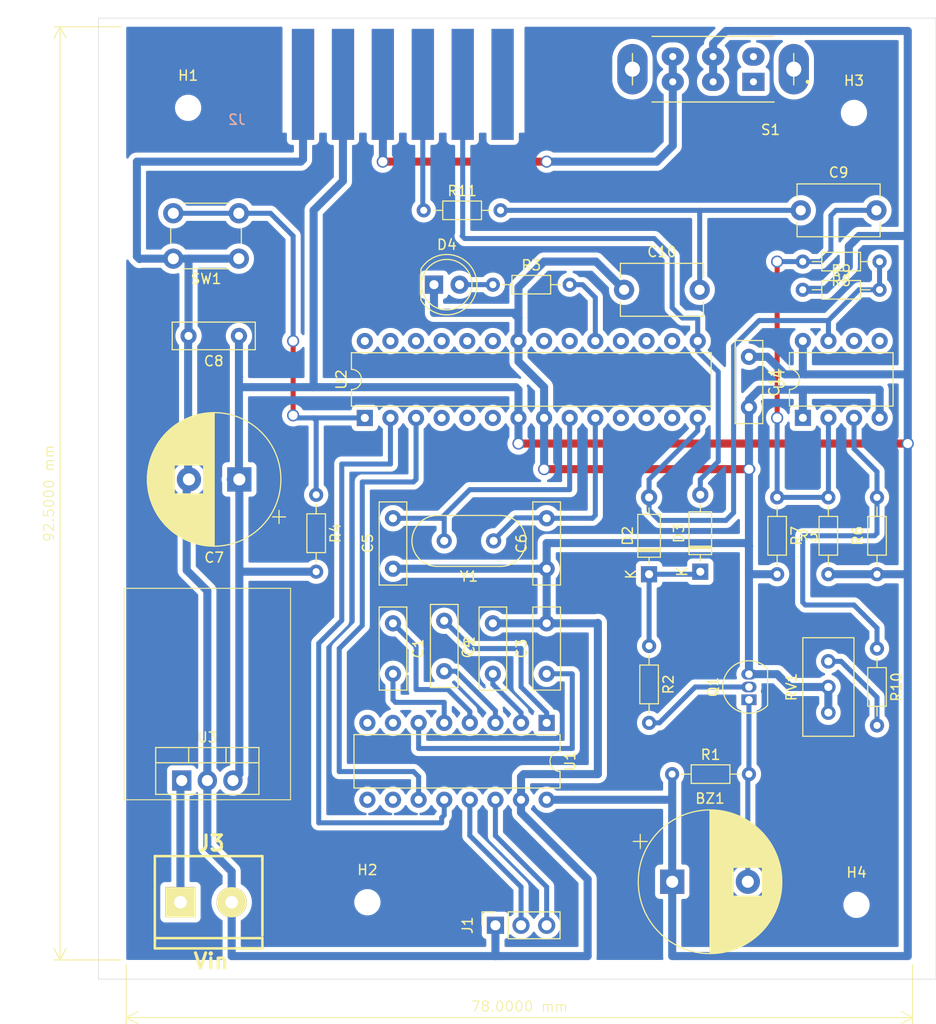
<source format=kicad_pcb>
(kicad_pcb (version 20241229) (generator "pcbnew") (generator_version "9.0")
  (layers (0 "F.Cu" signal) (2 "B.Cu" signal) (13 "F.Paste" user) (15 "B.Paste" user) (5 "F.SilkS" user "F.Silkscreen") (7 "B.SilkS" user "B.Silkscreen") (1 "F.Mask" user) (3 "B.Mask" user) (25 "Edge.Cuts" user))
  (net 0 "")
  (net 1 "VCC")
  (net 2 "Net-(BZ1--)")
  (net 3 "Net-(U1-VS-)")
  (net 4 "GND")
  (net 5 "Net-(U1-C2-)")
  (net 6 "Net-(U1-C2+)")
  (net 7 "Net-(U1-VS+)")
  (net 8 "Net-(U1-C1+)")
  (net 9 "Net-(U1-C1-)")
  (net 10 "/XTAL1")
  (net 11 "/XTAL2")
  (net 12 "ReadIn")
  (net 13 "Net-(U4-+)")
  (net 14 "Net-(D2-K)")
  (net 15 "ReadOut")
  (net 16 "Write")
  (net 17 "Net-(D4-A)")
  (net 18 "/Pin2")
  (net 19 "/Pin3")
  (net 20 "Sense")
  (net 21 "Vin")
  (net 22 "Net-(Q1-B)")
  (net 23 "Net-(U2-PB5)")
  (net 24 "/RST")
  (net 25 "Net-(U4--)")
  (net 27 "Net-(U1-R1OUT)")
  (net 29 "Net-(U1-T1IN)")
  (net 50 "Motor")
  (net 54 "Net-(C10-Pad2)")
  (net 55 "Net-(R10-Pad2)")
  (footprint "Resistor_THT:R_Axial_DIN0204_L3.6mm_D1.6mm_P7.62mm_Horizontal" (layer "F.Cu") (at 88.646 132.08)
    (property "Reference" "R1" (at 3.81 -1.92 0) (layer "F.SilkS"))
    (property "Value" "47k")
    (pad "1" thru_hole circle (at 0 0) (size 1.4 1.4) (drill 0.7) (layers "*.Cu" "*.Mask") (net 1 "VCC"))
    (pad "2" thru_hole oval (at 7.62 0) (size 1.4 1.4) (drill 0.7) (layers "*.Cu" "*.Mask") (net 2 "Net-(BZ1--)"))
  )
  (footprint "Capacitor_THT:C_Disc_D8.0mm_W2.5mm_P5.00mm" (layer "F.Cu") (at 96.266 90.718 -90)
    (property "Reference" "C11" (at 2.5 -2.5 90) (layer "F.SilkS"))
    (property "Value" "0.1uF")
    (pad "1" thru_hole circle (at 0 0 270) (size 1.6 1.6) (drill 0.8) (layers "*.Cu" "*.Mask") (net 1 "VCC"))
    (pad "2" thru_hole circle (at 5 0 270) (size 1.6 1.6) (drill 0.8) (layers "*.Cu" "*.Mask") (net 4 "GND"))
  )
  (footprint "MountingHole:MountingHole_2.1mm" (layer "F.Cu") (at 58.42 144.78)
    (property "Reference" "H2" (at 0 -3.2 0) (layer "F.SilkS"))
    (property "Value" "MountingHole")
    (pad "" np_thru_hole circle (at 0 0) (size 2.1 2.1) (drill 2.1) (layers "*.Cu" "*.Mask"))
  )
  (footprint "Capacitor_THT:C_Disc_D8.0mm_W2.5mm_P5.00mm" (layer "F.Cu") (at 70.866 122.134 90)
    (property "Reference" "C4" (at 2.5 -2.5 90) (layer "F.SilkS"))
    (property "Value" "1uF")
    (pad "1" thru_hole circle (at 0 0 90) (size 1.6 1.6) (drill 0.8) (layers "*.Cu" "*.Mask") (net 7 "Net-(U1-VS+)"))
    (pad "2" thru_hole circle (at 5 0 90) (size 1.6 1.6) (drill 0.8) (layers "*.Cu" "*.Mask") (net 4 "GND"))
  )
  (footprint "Resistor_THT:R_Axial_DIN0204_L3.6mm_D1.6mm_P7.62mm_Horizontal" (layer "F.Cu") (at 70.866 83.566)
    (property "Reference" "R3" (at 3.81 -1.92 0) (layer "F.SilkS"))
    (property "Value" "1k")
    (pad "1" thru_hole circle (at 0 0) (size 1.4 1.4) (drill 0.7) (layers "*.Cu" "*.Mask") (net 17 "Net-(D4-A)"))
    (pad "2" thru_hole oval (at 7.62 0) (size 1.4 1.4) (drill 0.7) (layers "*.Cu" "*.Mask") (net 23 "Net-(U2-PB5)"))
  )
  (footprint "Capacitor_THT:C_Disc_D8.0mm_W5.0mm_P7.50mm" (layer "F.Cu") (at 83.88 84.074)
    (property "Reference" "C10" (at 3.75 -3.75 0) (layer "F.SilkS"))
    (property "Value" "22nF")
    (pad "1" thru_hole circle (at 0 0) (size 2 2) (drill 1) (layers "*.Cu" "*.Mask") (net 4 "GND"))
    (pad "2" thru_hole circle (at 7.5 0) (size 2 2) (drill 1) (layers "*.Cu" "*.Mask") (net 54 "Net-(C10-Pad2)"))
  )
  (footprint "Capacitor_THT:C_Disc_D8.0mm_W2.5mm_P5.00mm" (layer "F.Cu") (at 60.96 117.134 -90)
    (property "Reference" "C1" (at 2.5 -2.5 270) (layer "F.SilkS"))
    (property "Value" "1uF")
    (pad "1" thru_hole circle (at 0 0 270) (size 1.6 1.6) (drill 0.8) (layers "*.Cu" "*.Mask") (net 6 "Net-(U1-C2+)"))
    (pad "2" thru_hole circle (at 5 0 270) (size 1.6 1.6) (drill 0.8) (layers "*.Cu" "*.Mask") (net 5 "Net-(U1-C2-)"))
  )
  (footprint "Potentiometer_THT:Potentiometer_Bourns_3296W_Vertical" (layer "F.Cu") (at 104.14 120.904 90)
    (property "Reference" "RV1" (at -2.54 -3.66 90) (layer "F.SilkS"))
    (property "Value" "10k")
    (pad "1" thru_hole circle (at 0 0 90) (size 1.44 1.44) (drill 0.8) (layers "*.Cu" "*.Mask") (net 55 "Net-(R10-Pad2)"))
    (pad "2" thru_hole circle (at -2.54 0 90) (size 1.44 1.44) (drill 0.8) (layers "*.Cu" "*.Mask") (net 4 "GND"))
    (pad "3" thru_hole circle (at -5.08 0 90) (size 1.44 1.44) (drill 0.8) (layers "*.Cu" "*.Mask") (net 4 "GND"))
  )
  (footprint "my_footprints:KF301-2P" (layer "F.Cu") (at 44.958 144.78)
    (property "Reference" "J3" (at -2.032 -5.842 0) (layer "F.SilkS") (effects (font (size 1.524 1.524) (thickness 0.3048))))
    (property "Value" "Vin" (at -2.032 5.842 0) (layer "F.SilkS") (effects (font (size 1.524 1.524) (thickness 0.3048))))
    (pad "1" thru_hole rect (at -5.08 0) (size 2.99974 2.99974) (drill 1.24968) (layers "*.Cu" "*.Mask" "F.SilkS") (net 21 "Vin"))
    (pad "2" thru_hole circle (at 0 0) (size 2.99974 2.99974) (drill 1.24968) (layers "*.Cu" "*.Mask" "F.SilkS") (net 4 "GND"))
  )
  (footprint "Resistor_THT:R_Axial_DIN0204_L3.6mm_D1.6mm_P7.62mm_Horizontal" (layer "F.Cu") (at 99.06 104.648 -90)
    (property "Reference" "R7" (at 3.81 -1.92 90) (layer "F.SilkS"))
    (property "Value" "10k")
    (pad "1" thru_hole circle (at 0 0 270) (size 1.4 1.4) (drill 0.7) (layers "*.Cu" "*.Mask") (net 13 "Net-(U4-+)"))
    (pad "2" thru_hole oval (at 7.62 0 270) (size 1.4 1.4) (drill 0.7) (layers "*.Cu" "*.Mask") (net 4 "GND"))
  )
  (footprint "Package_TO_SOT_THT:TO-220-3_Vertical" (layer "F.Cu") (at 40.005 132.715)
    (property "Reference" "U3" (at 2.54 -4.27 0) (layer "F.SilkS"))
    (property "Value" "LM7805")
    (pad "1" thru_hole rect (at 0 0) (size 1.905 2) (drill 1.1) (layers "*.Cu" "*.Mask") (net 21 "Vin"))
    (pad "2" thru_hole oval (at 2.54 0) (size 1.905 2) (drill 1.1) (layers "*.Cu" "*.Mask") (net 4 "GND"))
    (pad "3" thru_hole oval (at 5.08 0) (size 1.905 2) (drill 1.1) (layers "*.Cu" "*.Mask") (net 1 "VCC"))
  )
  (footprint "Button_Switch_THT:SW_PUSH_6mm" (layer "F.Cu") (at 45.668 80.99 180)
    (property "Reference" "SW1" (at 3.25 -2 0) (layer "F.SilkS"))
    (property "Value" "Reset")
    (pad "1" thru_hole circle (at 0 0 270) (size 2 2) (drill 1.1) (layers "*.Cu" "*.Mask") (net 4 "GND"))
    (pad "1" thru_hole circle (at 6.5 0 270) (size 2 2) (drill 1.1) (layers "*.Cu" "*.Mask") (net 4 "GND"))
    (pad "2" thru_hole circle (at 0 4.5 270) (size 2 2) (drill 1.1) (layers "*.Cu" "*.Mask") (net 24 "/RST"))
    (pad "2" thru_hole circle (at 6.5 4.5 270) (size 2 2) (drill 1.1) (layers "*.Cu" "*.Mask") (net 24 "/RST"))
  )
  (footprint "Resistor_THT:R_Axial_DIN0204_L3.6mm_D1.6mm_P7.62mm_Horizontal" (layer "F.Cu") (at 108.966 112.268 90)
    (property "Reference" "R6" (at 3.81 -1.92 90) (layer "F.SilkS"))
    (property "Value" "220k")
    (pad "1" thru_hole circle (at 0 0 90) (size 1.4 1.4) (drill 0.7) (layers "*.Cu" "*.Mask") (net 1 "VCC"))
    (pad "2" thru_hole oval (at 7.62 0 90) (size 1.4 1.4) (drill 0.7) (layers "*.Cu" "*.Mask") (net 25 "Net-(U4--)"))
  )
  (footprint "Crystal:Crystal_HC18-U_Vertical" (layer "F.Cu") (at 70.94 108.966 180)
    (property "Reference" "Y1" (at 2.45 -3.525 0) (layer "F.SilkS"))
    (property "Value" "16Mhz")
    (pad "1" thru_hole circle (at 0 0 180) (size 1.5 1.5) (drill 0.8) (layers "*.Cu" "*.Mask") (net 11 "/XTAL2"))
    (pad "2" thru_hole circle (at 4.9 0 180) (size 1.5 1.5) (drill 0.8) (layers "*.Cu" "*.Mask") (net 10 "/XTAL1"))
  )
  (footprint "MountingHole:MountingHole_2.1mm" (layer "F.Cu") (at 40.64 66.04)
    (property "Reference" "H1" (at 0 -3.2 0) (layer "F.SilkS"))
    (property "Value" "MountingHole")
    (pad "" np_thru_hole circle (at 0 0) (size 2.1 2.1) (drill 2.1) (layers "*.Cu" "*.Mask"))
  )
  (footprint "Resistor_THT:R_Axial_DIN0204_L3.6mm_D1.6mm_P7.62mm_Horizontal" (layer "F.Cu") (at 109.22 81.28 180)
    (property "Reference" "R8" (at 3.81 -1.92 0) (layer "F.SilkS"))
    (property "Value" "1m")
    (pad "1" thru_hole circle (at 0 0 180) (size 1.4 1.4) (drill 0.7) (layers "*.Cu" "*.Mask") (net 15 "ReadOut"))
    (pad "2" thru_hole oval (at 7.62 0 180) (size 1.4 1.4) (drill 0.7) (layers "*.Cu" "*.Mask") (net 13 "Net-(U4-+)"))
  )
  (footprint "Connector_PinSocket_2.54mm:PinSocket_1x03_P2.54mm_Vertical" (layer "F.Cu") (at 71.12 147.066 90)
    (property "Reference" "J1" (at 0 -2.77 90) (layer "F.SilkS"))
    (property "Value" "RS232")
    (pad "1" thru_hole rect (at 0 0 90) (size 1.7 1.7) (drill 1) (layers "*.Cu" "*.Mask") (net 4 "GND"))
    (pad "2" thru_hole oval (at 0 2.54 90) (size 1.7 1.7) (drill 1) (layers "*.Cu" "*.Mask") (net 18 "/Pin2"))
    (pad "3" thru_hole oval (at 0 5.08 90) (size 1.7 1.7) (drill 1) (layers "*.Cu" "*.Mask") (net 19 "/Pin3"))
  )
  (footprint "Capacitor_THT:C_Disc_D8.0mm_W2.5mm_P5.00mm" (layer "F.Cu") (at 66.04 116.88 -90)
    (property "Reference" "C2" (at 2.5 -2.5 270) (layer "F.SilkS"))
    (property "Value" "1uF")
    (pad "1" thru_hole circle (at 0 0 270) (size 1.6 1.6) (drill 0.8) (layers "*.Cu" "*.Mask") (net 8 "Net-(U1-C1+)"))
    (pad "2" thru_hole circle (at 5 0 270) (size 1.6 1.6) (drill 0.8) (layers "*.Cu" "*.Mask") (net 9 "Net-(U1-C1-)"))
  )
  (footprint "Resistor_THT:R_Axial_DIN0204_L3.6mm_D1.6mm_P7.62mm_Horizontal" (layer "F.Cu") (at 108.966 119.634 -90)
    (property "Reference" "R10" (at 3.81 -1.92 90) (layer "F.SilkS"))
    (property "Value" "4.7k")
    (pad "1" thru_hole circle (at 0 0 270) (size 1.4 1.4) (drill 0.7) (layers "*.Cu" "*.Mask") (net 25 "Net-(U4--)"))
    (pad "2" thru_hole circle (at 7.62 0 270) (size 1.4 1.4) (drill 0.7) (layers "*.Cu" "*.Mask") (net 55 "Net-(R10-Pad2)"))
  )
  (footprint "Resistor_THT:R_Axial_DIN0204_L3.6mm_D1.6mm_P7.62mm_Horizontal" (layer "F.Cu") (at 64.008 76.2)
    (property "Reference" "R11" (at 3.81 -1.92 0) (layer "F.SilkS"))
    (property "Value" "1k")
    (pad "1" thru_hole circle (at 0 0) (size 1.4 1.4) (drill 0.7) (layers "*.Cu" "*.Mask") (net 12 "ReadIn"))
    (pad "2" thru_hole circle (at 7.62 0) (size 1.4 1.4) (drill 0.7) (layers "*.Cu" "*.Mask") (net 54 "Net-(C10-Pad2)"))
  )
  (footprint "Capacitor_THT:C_Disc_D8.0mm_W2.5mm_P5.00mm" (layer "F.Cu") (at 76.2 111.72 90)
    (property "Reference" "C6" (at 2.5 -2.5 90) (layer "F.SilkS"))
    (property "Value" "22")
    (pad "1" thru_hole circle (at 0 0 90) (size 1.6 1.6) (drill 0.8) (layers "*.Cu" "*.Mask") (net 4 "GND"))
    (pad "2" thru_hole circle (at 5 0 90) (size 1.6 1.6) (drill 0.8) (layers "*.Cu" "*.Mask") (net 11 "/XTAL2"))
  )
  (footprint "Package_DIP:DIP-28_W7.62mm" (layer "F.Cu") (at 58.166 96.774 90)
    (property "Reference" "U2" (at 3.81 -2.33 90) (layer "F.SilkS"))
    (property "Value" "ATmega328-P")
    (pad "1" thru_hole rect (at 0 0 90) (size 1.6 1.6) (drill 0.8) (layers "*.Cu" "*.Mask") (net 24 "/RST"))
    (pad "2" thru_hole oval (at 0 2.54 90) (size 1.6 1.6) (drill 0.8) (layers "*.Cu" "*.Mask") (net 27 "Net-(U1-R1OUT)"))
    (pad "3" thru_hole oval (at 0 5.08 90) (size 1.6 1.6) (drill 0.8) (layers "*.Cu" "*.Mask") (net 29 "Net-(U1-T1IN)"))
    (pad "4" thru_hole oval (at 0 7.62 90) (size 1.6 1.6) (drill 0.8) (layers "*.Cu" "*.Mask"))
    (pad "5" thru_hole oval (at 0 10.16 90) (size 1.6 1.6) (drill 0.8) (layers "*.Cu" "*.Mask"))
    (pad "6" thru_hole oval (at 0 12.7 90) (size 1.6 1.6) (drill 0.8) (layers "*.Cu" "*.Mask"))
    (pad "7" thru_hole oval (at 0 15.24 90) (size 1.6 1.6) (drill 0.8) (layers "*.Cu" "*.Mask") (net 1 "VCC"))
    (pad "8" thru_hole oval (at 0 17.78 90) (size 1.6 1.6) (drill 0.8) (layers "*.Cu" "*.Mask") (net 4 "GND"))
    (pad "9" thru_hole oval (at 0 20.32 90) (size 1.6 1.6) (drill 0.8) (layers "*.Cu" "*.Mask") (net 10 "/XTAL1"))
    (pad "10" thru_hole oval (at 0 22.86 90) (size 1.6 1.6) (drill 0.8) (layers "*.Cu" "*.Mask") (net 11 "/XTAL2"))
    (pad "11" thru_hole oval (at 0 25.4 90) (size 1.6 1.6) (drill 0.8) (layers "*.Cu" "*.Mask"))
    (pad "12" thru_hole oval (at 0 27.94 90) (size 1.6 1.6) (drill 0.8) (layers "*.Cu" "*.Mask"))
    (pad "13" thru_hole oval (at 0 30.48 90) (size 1.6 1.6) (drill 0.8) (layers "*.Cu" "*.Mask"))
    (pad "14" thru_hole oval (at 0 33.02 90) (size 1.6 1.6) (drill 0.8) (layers "*.Cu" "*.Mask") (net 15 "ReadOut"))
    (pad "15" thru_hole oval (at 7.62 33.02 90) (size 1.6 1.6) (drill 0.8) (layers "*.Cu" "*.Mask") (net 16 "Write"))
    (pad "16" thru_hole oval (at 7.62 30.48 90) (size 1.6 1.6) (drill 0.8) (layers "*.Cu" "*.Mask"))
    (pad "17" thru_hole oval (at 7.62 27.94 90) (size 1.6 1.6) (drill 0.8) (layers "*.Cu" "*.Mask"))
    (pad "18" thru_hole oval (at 7.62 25.4 90) (size 1.6 1.6) (drill 0.8) (layers "*.Cu" "*.Mask"))
    (pad "19" thru_hole oval (at 7.62 22.86 90) (size 1.6 1.6) (drill 0.8) (layers "*.Cu" "*.Mask") (net 23 "Net-(U2-PB5)"))
    (pad "20" thru_hole oval (at 7.62 20.32 90) (size 1.6 1.6) (drill 0.8) (layers "*.Cu" "*.Mask"))
    (pad "21" thru_hole oval (at 7.62 17.78 90) (size 1.6 1.6) (drill 0.8) (layers "*.Cu" "*.Mask"))
    (pad "22" thru_hole oval (at 7.62 15.24 90) (size 1.6 1.6) (drill 0.8) (layers "*.Cu" "*.Mask") (net 4 "GND"))
    (pad "23" thru_hole oval (at 7.62 12.7 90) (size 1.6 1.6) (drill 0.8) (layers "*.Cu" "*.Mask"))
    (pad "24" thru_hole oval (at 7.62 10.16 90) (size 1.6 1.6) (drill 0.8) (layers "*.Cu" "*.Mask"))
    (pad "25" thru_hole oval (at 7.62 7.62 90) (size 1.6 1.6) (drill 0.8) (layers "*.Cu" "*.Mask"))
    (pad "26" thru_hole oval (at 7.62 5.08 90) (size 1.6 1.6) (drill 0.8) (layers "*.Cu" "*.Mask"))
    (pad "27" thru_hole oval (at 7.62 2.54 90) (size 1.6 1.6) (drill 0.8) (layers "*.Cu" "*.Mask"))
    (pad "28" thru_hole oval (at 7.62 0 90) (size 1.6 1.6) (drill 0.8) (layers "*.Cu" "*.Mask"))
  )
  (footprint "Package_DIP:DIP-16_W7.62mm" (layer "F.Cu") (at 76.2 127 -90)
    (property "Reference" "U1" (at 3.81 -2.33 90) (layer "F.SilkS"))
    (property "Value" "MAX3232")
    (pad "1" thru_hole rect (at 0 0 270) (size 1.6 1.6) (drill 0.8) (layers "*.Cu" "*.Mask") (net 8 "Net-(U1-C1+)"))
    (pad "2" thru_hole oval (at 0 2.54 270) (size 1.6 1.6) (drill 0.8) (layers "*.Cu" "*.Mask") (net 7 "Net-(U1-VS+)"))
    (pad "3" thru_hole oval (at 0 5.08 270) (size 1.6 1.6) (drill 0.8) (layers "*.Cu" "*.Mask") (net 9 "Net-(U1-C1-)"))
    (pad "4" thru_hole oval (at 0 7.62 270) (size 1.6 1.6) (drill 0.8) (layers "*.Cu" "*.Mask") (net 6 "Net-(U1-C2+)"))
    (pad "5" thru_hole oval (at 0 10.16 270) (size 1.6 1.6) (drill 0.8) (layers "*.Cu" "*.Mask") (net 5 "Net-(U1-C2-)"))
    (pad "6" thru_hole oval (at 0 12.7 270) (size 1.6 1.6) (drill 0.8) (layers "*.Cu" "*.Mask") (net 3 "Net-(U1-VS-)"))
    (pad "7" thru_hole oval (at 0 15.24 270) (size 1.6 1.6) (drill 0.8) (layers "*.Cu" "*.Mask"))
    (pad "8" thru_hole oval (at 0 17.78 270) (size 1.6 1.6) (drill 0.8) (layers "*.Cu" "*.Mask"))
    (pad "9" thru_hole oval (at 7.62 17.78 270) (size 1.6 1.6) (drill 0.8) (layers "*.Cu" "*.Mask"))
    (pad "10" thru_hole oval (at 7.62 15.24 270) (size 1.6 1.6) (drill 0.8) (layers "*.Cu" "*.Mask"))
    (pad "11" thru_hole oval (at 7.62 12.7 270) (size 1.6 1.6) (drill 0.8) (layers "*.Cu" "*.Mask") (net 29 "Net-(U1-T1IN)"))
    (pad "12" thru_hole oval (at 7.62 10.16 270) (size 1.6 1.6) (drill 0.8) (layers "*.Cu" "*.Mask") (net 27 "Net-(U1-R1OUT)"))
    (pad "13" thru_hole oval (at 7.62 7.62 270) (size 1.6 1.6) (drill 0.8) (layers "*.Cu" "*.Mask") (net 18 "/Pin2"))
    (pad "14" thru_hole oval (at 7.62 5.08 270) (size 1.6 1.6) (drill 0.8) (layers "*.Cu" "*.Mask") (net 19 "/Pin3"))
    (pad "15" thru_hole oval (at 7.62 2.54 270) (size 1.6 1.6) (drill 0.8) (layers "*.Cu" "*.Mask") (net 4 "GND"))
    (pad "16" thru_hole oval (at 7.62 0 270) (size 1.6 1.6) (drill 0.8) (layers "*.Cu" "*.Mask") (net 1 "VCC"))
  )
  (footprint "Capacitor_THT:C_Disc_D8.0mm_W2.5mm_P5.00mm" (layer "F.Cu") (at 60.96 111.72 90)
    (property "Reference" "C5" (at 2.5 -2.5 90) (layer "F.SilkS"))
    (property "Value" "22")
    (pad "1" thru_hole circle (at 0 0 90) (size 1.6 1.6) (drill 0.8) (layers "*.Cu" "*.Mask") (net 4 "GND"))
    (pad "2" thru_hole circle (at 5 0 90) (size 1.6 1.6) (drill 0.8) (layers "*.Cu" "*.Mask") (net 10 "/XTAL1"))
  )
  (footprint "MountingHole:MountingHole_2.1mm" (layer "F.Cu") (at 106.934 145.034)
    (property "Reference" "H4" (at 0 -3.2 0) (layer "F.SilkS"))
    (property "Value" "MountingHole")
    (pad "" np_thru_hole circle (at 0 0) (size 2.1 2.1) (drill 2.1) (layers "*.Cu" "*.Mask"))
  )
  (footprint "Diode_THT:D_DO-35_SOD27_P7.62mm_Horizontal" (layer "F.Cu") (at 91.44 112.014 90)
    (property "Reference" "D3" (at 3.81 -2.12 90) (layer "F.SilkS"))
    (property "Value" "1N4148")
    (fp_text user "K" (at 0 -1.8 90) (layer "F.SilkS"))
    (pad "1" thru_hole rect (at 0 0 90) (size 1.6 1.6) (drill 0.8) (layers "*.Cu" "*.Mask") (net 14 "Net-(D2-K)"))
    (pad "2" thru_hole oval (at 7.62 0 90) (size 1.6 1.6) (drill 0.8) (layers "*.Cu" "*.Mask") (net 16 "Write"))
  )
  (footprint "Capacitor_THT:CP_Radial_D14.0mm_P7.50mm" (layer "F.Cu") (at 88.654272 142.748)
    (property "Reference" "BZ1" (at 3.75 -8.25 0) (layer "F.SilkS"))
    (property "Value" "Buzzer")
    (pad "1" thru_hole rect (at 0 0) (size 2.4 2.4) (drill 1.2) (layers "*.Cu" "*.Mask") (net 1 "VCC"))
    (pad "2" thru_hole circle (at 7.5 0) (size 2.4 2.4) (drill 1.2) (layers "*.Cu" "*.Mask") (net 2 "Net-(BZ1--)"))
  )
  (footprint "Resistor_THT:R_Axial_DIN0204_L3.6mm_D1.6mm_P7.62mm_Horizontal" (layer "F.Cu") (at 101.6 84.074)
    (property "Reference" "R9" (at 3.81 -1.92 0) (layer "F.SilkS"))
    (property "Value" "10k")
    (pad "1" thru_hole circle (at 0 0) (size 1.4 1.4) (drill 0.7) (layers "*.Cu" "*.Mask") (net 1 "VCC"))
    (pad "2" thru_hole oval (at 7.62 0) (size 1.4 1.4) (drill 0.7) (layers "*.Cu" "*.Mask") (net 15 "ReadOut"))
  )
  (footprint "my_footprints:SW_EG2201" (layer "F.Cu") (at 92.71 62.21 180)
    (property "Reference" "S1" (at -5.7 -6.01 0) (layer "F.SilkS"))
    (property "Value" "EG2201A")
    (pad "1" thru_hole rect (at -4 -1.25 180) (size 2.2 1.8) (drill 0.7) (layers "*.Cu" "*.Mask"))
    (pad "2" thru_hole oval (at 0 -1.25 180) (size 2.2 1.8) (drill 0.7) (layers "*.Cu" "*.Mask") (net 1 "VCC"))
    (pad "3" thru_hole oval (at 4 -1.25 180) (size 2.2 1.8) (drill 0.7) (layers "*.Cu" "*.Mask") (net 50 "Motor"))
    (pad "4" thru_hole oval (at -4 1.25 180) (size 2.2 1.8) (drill 0.7) (layers "*.Cu" "*.Mask"))
    (pad "5" thru_hole oval (at 0 1.25 180) (size 2.2 1.8) (drill 0.7) (layers "*.Cu" "*.Mask") (net 1 "VCC"))
    (pad "6" thru_hole oval (at 4 1.25 180) (size 2.2 1.8) (drill 0.7) (layers "*.Cu" "*.Mask") (net 50 "Motor"))
    (pad "SH1" thru_hole oval (at -8 0 180) (size 3 5) (drill 1.5) (layers "*.Cu" "*.Mask"))
    (pad "SH2" thru_hole oval (at 8 0 180) (size 3 5) (drill 1.5) (layers "*.Cu" "*.Mask"))
  )
  (footprint "Capacitor_THT:CP_Radial_D13.0mm_P5.00mm" (layer "F.Cu") (at 45.72 102.87 180)
    (property "Reference" "C7" (at 2.5 -7.75 180) (layer "F.SilkS"))
    (property "Value" "1000uF")
    (pad "1" thru_hole rect (at 0 0 180) (size 2.4 2.4) (drill 1.2) (layers "*.Cu" "*.Mask") (net 1 "VCC"))
    (pad "2" thru_hole circle (at 5 0 180) (size 2.4 2.4) (drill 1.2) (layers "*.Cu" "*.Mask") (net 4 "GND"))
  )
  (footprint "Package_TO_SOT_THT:TO-92_Inline" (layer "F.Cu") (at 96.266 124.714 90)
    (property "Reference" "Q1" (at 1.27 -3.56 90) (layer "F.SilkS"))
    (property "Value" "BC547")
    (pad "1" thru_hole rect (at 0 0 90) (size 1.05 1.5) (drill 0.75) (layers "*.Cu" "*.Mask") (net 2 "Net-(BZ1--)"))
    (pad "2" thru_hole oval (at 1.27 0 90) (size 1.05 1.5) (drill 0.75) (layers "*.Cu" "*.Mask") (net 22 "Net-(Q1-B)"))
    (pad "3" thru_hole oval (at 2.54 0 90) (size 1.05 1.5) (drill 0.75) (layers "*.Cu" "*.Mask") (net 4 "GND"))
  )
  (footprint "Resistor_THT:R_Axial_DIN0204_L3.6mm_D1.6mm_P7.62mm_Horizontal" (layer "F.Cu") (at 104.14 112.268 90)
    (property "Reference" "R5" (at 3.81 -1.92 0) (layer "F.SilkS"))
    (property "Value" "220k")
    (pad "1" thru_hole circle (at 0 0 90) (size 1.4 1.4) (drill 0.7) (layers "*.Cu" "*.Mask") (net 1 "VCC"))
    (pad "2" thru_hole oval (at 7.62 0 90) (size 1.4 1.4) (drill 0.7) (layers "*.Cu" "*.Mask") (net 13 "Net-(U4-+)"))
  )
  (footprint "MountingHole:MountingHole_2.1mm" (layer "F.Cu") (at 106.68 66.548)
    (property "Reference" "H3" (at 0 -3.2 0) (layer "F.SilkS"))
    (property "Value" "MountingHole")
    (pad "" np_thru_hole circle (at 0 0) (size 2.1 2.1) (drill 2.1) (layers "*.Cu" "*.Mask"))
  )
  (footprint "Capacitor_THT:C_Disc_D8.0mm_W2.5mm_P5.00mm" (layer "F.Cu") (at 76.2 122.134 90)
    (property "Reference" "C3" (at 2.5 -2.5 90) (layer "F.SilkS"))
    (property "Value" "1uF")
    (pad "1" thru_hole circle (at 0 0 90) (size 1.6 1.6) (drill 0.8) (layers "*.Cu" "*.Mask") (net 3 "Net-(U1-VS-)"))
    (pad "2" thru_hole circle (at 5 0 90) (size 1.6 1.6) (drill 0.8) (layers "*.Cu" "*.Mask") (net 4 "GND"))
  )
  (footprint "Diode_THT:D_DO-35_SOD27_P7.62mm_Horizontal" (layer "F.Cu") (at 86.36 112.268 90)
    (property "Reference" "D2" (at 3.81 -2.12 90) (layer "F.SilkS"))
    (property "Value" "1N4148")
    (fp_text user "K" (at 0 -1.8 90) (layer "F.SilkS"))
    (pad "1" thru_hole rect (at 0 0 90) (size 1.6 1.6) (drill 0.8) (layers "*.Cu" "*.Mask") (net 14 "Net-(D2-K)"))
    (pad "2" thru_hole oval (at 7.62 0 90) (size 1.6 1.6) (drill 0.8) (layers "*.Cu" "*.Mask") (net 15 "ReadOut"))
  )
  (footprint "Capacitor_THT:C_Disc_D8.0mm_W2.5mm_P5.00mm" (layer "F.Cu") (at 45.68 88.646 180)
    (property "Reference" "C8" (at 2.5 -2.5 180) (layer "F.SilkS"))
    (property "Value" "0.1uF")
    (pad "1" thru_hole circle (at 0 0 180) (size 1.6 1.6) (drill 0.8) (layers "*.Cu" "*.Mask") (net 1 "VCC"))
    (pad "2" thru_hole circle (at 5 0 180) (size 1.6 1.6) (drill 0.8) (layers "*.Cu" "*.Mask") (net 4 "GND"))
  )
  (footprint "Capacitor_THT:C_Disc_D8.0mm_W5.0mm_P7.50mm" (layer "F.Cu") (at 101.406 76.2)
    (property "Reference" "C9" (at 3.75 -3.75 0) (layer "F.SilkS"))
    (property "Value" "22nF")
    (pad "1" thru_hole circle (at 0 0) (size 2 2) (drill 1) (layers "*.Cu" "*.Mask") (net 54 "Net-(C10-Pad2)"))
    (pad "2" thru_hole circle (at 7.5 0) (size 2 2) (drill 1) (layers "*.Cu" "*.Mask") (net 13 "Net-(U4-+)"))
  )
  (footprint "Package_DIP:DIP-8_W7.62mm" (layer "F.Cu") (at 101.61 96.764 90)
    (property "Reference" "U4" (at 3.81 -2.33 90) (layer "F.SilkS"))
    (property "Value" "LM311")
    (pad "1" thru_hole rect (at 0 0 90) (size 1.6 1.6) (drill 0.8) (layers "*.Cu" "*.Mask") (net 4 "GND"))
    (pad "2" thru_hole oval (at 0 2.54 90) (size 1.6 1.6) (drill 0.8) (layers "*.Cu" "*.Mask") (net 13 "Net-(U4-+)"))
    (pad "3" thru_hole oval (at 0 5.08 90) (size 1.6 1.6) (drill 0.8) (layers "*.Cu" "*.Mask") (net 25 "Net-(U4--)"))
    (pad "4" thru_hole oval (at 0 7.62 90) (size 1.6 1.6) (drill 0.8) (layers "*.Cu" "*.Mask") (net 4 "GND"))
    (pad "5" thru_hole oval (at 7.62 7.62 90) (size 1.6 1.6) (drill 0.8) (layers "*.Cu" "*.Mask"))
    (pad "6" thru_hole oval (at 7.62 5.08 90) (size 1.6 1.6) (drill 0.8) (layers "*.Cu" "*.Mask"))
    (pad "7" thru_hole oval (at 7.62 2.54 90) (size 1.6 1.6) (drill 0.8) (layers "*.Cu" "*.Mask") (net 15 "ReadOut"))
    (pad "8" thru_hole oval (at 7.62 0 90) (size 1.6 1.6) (drill 0.8) (layers "*.Cu" "*.Mask") (net 1 "VCC"))
  )
  (footprint "Resistor_THT:R_Axial_DIN0204_L3.6mm_D1.6mm_P7.62mm_Horizontal" (layer "F.Cu") (at 86.36 119.38 -90)
    (property "Reference" "R2" (at 3.81 -1.92 90) (layer "F.SilkS"))
    (property "Value" "47k")
    (pad "1" thru_hole circle (at 0 0 270) (size 1.4 1.4) (drill 0.7) (layers "*.Cu" "*.Mask") (net 14 "Net-(D2-K)"))
    (pad "2" thru_hole oval (at 7.62 0 270) (size 1.4 1.4) (drill 0.7) (layers "*.Cu" "*.Mask") (net 22 "Net-(Q1-B)"))
  )
  (footprint "LED_THT:LED_D5.0mm" (layer "F.Cu") (at 65.024 83.566)
    (property "Reference" "D4" (at 1.27 -3.96 0) (layer "F.SilkS"))
    (property "Value" "LED")
    (pad "1" thru_hole rect (at 0 0) (size 1.8 1.8) (drill 0.9) (layers "*.Cu" "*.Mask") (net 4 "GND"))
    (pad "2" thru_hole circle (at 2.54 0) (size 1.8 1.8) (drill 0.9) (layers "*.Cu" "*.Mask") (net 17 "Net-(D4-A)"))
  )
  (footprint "Resistor_THT:R_Axial_DIN0204_L3.6mm_D1.6mm_P7.62mm_Horizontal" (layer "F.Cu") (at 53.34 104.394 -90)
    (property "Reference" "R4" (at 3.81 -1.92 90) (layer "F.SilkS"))
    (property "Value" "10k")
    (pad "1" thru_hole circle (at 0 0 270) (size 1.4 1.4) (drill 0.7) (layers "*.Cu" "*.Mask") (net 24 "/RST"))
    (pad "2" thru_hole oval (at 7.62 0 270) (size 1.4 1.4) (drill 0.7) (layers "*.Cu" "*.Mask") (net 1 "VCC"))
  )
  (footprint "Hackup_Commodore:C64-Cassette-Port-Male" (layer "B.Cu") (at 62.476 69.2085 180)
    (property "Reference" "J2" (at 17 2 0) (layer "B.SilkS") (effects (justify mirror)))
    (property "Value" "C64-CassettePort")
    (pad "1" smd rect (at 10.44 5.5 180) (size 2.2 11) (layers "B.Cu" "B.Mask") (net 4 "GND"))
    (pad "2" smd rect (at 6.48 5.5 180) (size 2.2 11) (layers "B.Cu" "B.Mask") (net 1 "VCC"))
    (pad "3" smd rect (at 2.52 5.5 180) (size 2.2 11) (layers "B.Cu" "B.Mask") (net 50 "Motor"))
    (pad "4" smd rect (at -1.44 5.5 180) (size 2.2 11) (layers "B.Cu" "B.Mask") (net 12 "ReadIn"))
    (pad "5" smd rect (at -5.4 5.5 180) (size 2.2 11) (layers "B.Cu" "B.Mask") (net 16 "Write"))
    (pad "6" smd rect (at -9.36 5.5 180) (size 2.2 11) (layers "B.Cu" "B.Mask") (net 20 "Sense"))
    (pad "A" smd rect (at 10.44 5.5 180) (size 2.2 11) (layers "F.Cu" "F.Mask"))
    (pad "B" smd rect (at 6.48 5.5 180) (size 2.2 11) (layers "F.Cu" "F.Mask"))
    (pad "C" smd rect (at 2.52 5.5 180) (size 2.2 11) (layers "F.Cu" "F.Mask"))
    (pad "D" smd rect (at -1.44 5.5 180) (size 2.2 11) (layers "F.Cu" "F.Mask"))
    (pad "E" smd rect (at -5.4 5.5 180) (size 2.2 11) (layers "F.Cu" "F.Mask"))
    (pad "F" smd rect (at -9.36 5.5 180) (size 2.2 11) (layers "F.Cu" "F.Mask"))
  )
  (gr_line (start 50.8 113.665) (end 34.29 113.665) (stroke (width 0.1)) (layer "F.SilkS"))
  (gr_line (start 34.29 113.665) (end 34.29 134.62) (stroke (width 0.1)) (layer "F.SilkS"))
  (gr_line (start 34.29 134.62) (end 50.8 134.62) (stroke (width 0.1)) (layer "F.SilkS"))
  (gr_line (start 50.8 134.62) (end 50.8 113.665) (stroke (width 0.1)) (layer "F.SilkS"))
  (gr_line (start 31.75 152.4) (end 31.75 57.15) (stroke (width 0.05)) (layer "Edge.Cuts"))
  (gr_line (start 114.808 57.15) (end 114.808 152.4) (stroke (width 0.05)) (layer "Edge.Cuts"))
  (gr_line (start 31.75 57.15) (end 114.808 57.15) (stroke (width 0.05)) (layer "Edge.Cuts"))
  (gr_line (start 114.808 152.4) (end 31.75 152.4) (stroke (width 0.05)) (layer "Edge.Cuts"))
  (dimension (type orthogonal) (layer "F.SilkS") (pts (xy 34.5 58) (xy 34.5 150.5)) (height -6.56) (orientation 1) (format (prefix "") (suffix "") (units 3) (units_format 1) (precision 4)) (style (thickness 0.1) (arrow_length 1.27) (text_position_mode 0) (arrow_direction outward) (extension_height 0.58642) (extension_offset 0.5) (keep_text_aligned yes)) (gr_text "92.5000 mm" (at 26.84 104.25 90) (layer "F.SilkS") (effects (font (size 1 1) (thickness 0.1)))))
  (dimension (type orthogonal) (layer "F.SilkS") (pts (xy 112.5 150.5) (xy 34.5 150.5)) (height 5.71) (orientation 0) (format (prefix "") (suffix "") (units 3) (units_format 1) (precision 4)) (style (thickness 0.1) (arrow_length 1.27) (text_position_mode 0) (arrow_direction outward) (extension_height 0.58642) (extension_offset 0.5) (keep_text_aligned yes)) (gr_text "78.0000 mm" (at 73.5 155.11 0) (layer "F.SilkS") (effects (font (size 1 1) (thickness 0.1)))))
  (segment (start 73.406 99.314) (end 112.014 99.314) (width 0.8) (layer "F.Cu") (net 1))
  (via (at 112.014 99.314) (size 1.2) (drill 0.9) (layers "F.Cu" "B.Cu") (net 1))
  (via (at 73.406 99.314) (size 1.2) (drill 0.9) (layers "F.Cu" "B.Cu") (net 1))
  (segment (start 53.34 112.014) (end 45.974 112.014) (width 0.8) (layer "B.Cu") (net 1))
  (segment (start 103.886 84.074) (end 106.172 81.788) (width 0.8) (layer "B.Cu") (net 1))
  (segment (start 92.71 63.46) (end 92.71 60.96) (width 0.8) (layer "B.Cu") (net 1))
  (segment (start 101.6 89.134) (end 101.61 89.144) (width 0.8) (layer "B.Cu") (net 1))
  (segment (start 45.72 111.76) (end 45.72 132.08) (width 0.8) (layer "B.Cu") (net 1))
  (segment (start 101.854 92.456) (end 99.822 92.456) (width 0.8) (layer "B.Cu") (net 1))
  (segment (start 98.084 90.718) (end 96.266 90.718) (width 0.8) (layer "B.Cu") (net 1))
  (segment (start 53.086 93.726) (end 45.68 93.726) (width 0.8) (layer "B.Cu") (net 1))
  (segment (start 108.966 112.268) (end 104.14 112.268) (width 0.8) (layer "B.Cu") (net 1))
  (segment (start 45.934 88.9) (end 45.68 88.646) (width 0.8) (layer "B.Cu") (net 1))
  (segment (start 45.72 102.87) (end 45.72 111.76) (width 0.8) (layer "B.Cu") (net 1))
  (segment (start 45.974 112.014) (end 45.72 111.76) (width 0.8) (layer "B.Cu") (net 1))
  (segment (start 93.98 58.42) (end 92.71 59.69) (width 0.8) (layer "B.Cu") (net 1))
  (segment (start 88.654272 142.748) (end 88.654272 150.114) (width 0.8) (layer "B.Cu") (net 1))
  (segment (start 107.188 78.74) (end 112.014 78.74) (width 0.8) (layer "B.Cu") (net 1))
  (segment (start 76.2 134.62) (end 88.654272 134.62) (width 0.8) (layer "B.Cu") (net 1))
  (segment (start 106.172 79.756) (end 107.188 78.74) (width 0.8) (layer "B.Cu") (net 1))
  (segment (start 45.68 88.646) (end 45.68 92.71) (width 0.8) (layer "B.Cu") (net 1))
  (segment (start 101.854 92.456) (end 112.014 92.456) (width 0.8) (layer "B.Cu") (net 1))
  (segment (start 45.68 92.71) (end 45.68 93.726) (width 0.8) (layer "B.Cu") (net 1))
  (segment (start 88.654272 132.088272) (end 88.646 132.08) (width 0.8) (layer "B.Cu") (net 1))
  (segment (start 55.996 73.29) (end 53.086 76.2) (width 0.8) (layer "B.Cu") (net 1))
  (segment (start 73.406 96.774) (end 73.406 93.98) (width 0.8) (layer "B.Cu") (net 1))
  (segment (start 73.406 93.98) (end 73.152 93.726) (width 0.8) (layer "B.Cu") (net 1))
  (segment (start 45.68 102.83) (end 45.72 102.87) (width 0.8) (layer "B.Cu") (net 1))
  (segment (start 88.654272 134.62) (end 88.654272 132.088272) (width 0.8) (layer "B.Cu") (net 1))
  (segment (start 101.61 92.212) (end 101.854 92.456) (width 0.8) (layer "B.Cu") (net 1))
  (segment (start 101.61 89.144) (end 101.61 92.212) (width 0.8) (layer "B.Cu") (net 1))
  (segment (start 73.152 93.726) (end 53.594 93.726) (width 0.8) (layer "B.Cu") (net 1))
  (segment (start 88.654272 150.114) (end 112.014 150.114) (width 0.8) (layer "B.Cu") (net 1))
  (segment (start 112.014 92.456) (end 112.014 112.268) (width 0.8) (layer "B.Cu") (net 1))
  (segment (start 106.172 81.788) (end 106.172 79.756) (width 0.8) (layer "B.Cu") (net 1))
  (segment (start 92.71 59.69) (end 92.71 60.96) (width 0.8) (layer "B.Cu") (net 1))
  (segment (start 45.72 103.094784) (end 45.495216 102.87) (width 0.8) (layer "B.Cu") (net 1))
  (segment (start 45.085 103.094784) (end 44.860216 102.87) (width 0.8) (layer "B.Cu") (net 1))
  (segment (start 73.406 99.314) (end 73.406 96.774) (width 0.8) (layer "B.Cu") (net 1))
  (segment (start 53.594 93.726) (end 53.086 93.726) (width 0.8) (layer "B.Cu") (net 1))
  (segment (start 101.6 84.074) (end 103.886 84.074) (width 0.8) (layer "B.Cu") (net 1))
  (segment (start 112.014 58.42) (end 93.98 58.42) (width 0.8) (layer "B.Cu") (net 1))
  (segment (start 99.822 92.456) (end 98.084 90.718) (width 0.8) (layer "B.Cu") (net 1))
  (segment (start 112.014 112.268) (end 108.966 112.268) (width 0.8) (layer "B.Cu") (net 1))
  (segment (start 112.014 150.114) (end 112.014 112.268) (width 0.8) (layer "B.Cu") (net 1))
  (segment (start 45.72 88.94) (end 45.426 88.646) (width 0.8) (layer "B.Cu") (net 1))
  (segment (start 112.014 78.74) (end 112.014 92.456) (width 0.8) (layer "B.Cu") (net 1))
  (segment (start 45.68 93.726) (end 45.68 102.83) (width 0.8) (layer "B.Cu") (net 1))
  (segment (start 88.654272 142.748) (end 88.654272 134.62) (width 0.8) (layer "B.Cu") (net 1))
  (segment (start 55.996 63.7085) (end 55.996 73.29) (width 0.8) (layer "B.Cu") (net 1))
  (segment (start 53.086 76.2) (end 53.086 93.726) (width 0.8) (layer "B.Cu") (net 1))
  (segment (start 112.014 78.74) (end 112.014 58.42) (width 0.8) (layer "B.Cu") (net 1))
  (segment (start 45.72 132.08) (end 45.085 132.715) (width 0.8) (layer "B.Cu") (net 1))
  (segment (start 96.266 132.08) (end 96.266 124.714) (width 0.5) (layer "B.Cu") (net 2))
  (segment (start 96.154272 132.191728) (end 96.266 132.08) (width 0.5) (layer "B.Cu") (net 2))
  (segment (start 96.154272 142.748) (end 96.154272 132.191728) (width 0.5) (layer "B.Cu") (net 2))
  (segment (start 63.5 129.54) (end 78.74 129.54) (width 0.5) (layer "B.Cu") (net 3))
  (segment (start 78.7 122.134) (end 76.2 122.134) (width 0.5) (layer "B.Cu") (net 3))
  (segment (start 63.5 127) (end 63.5 129.54) (width 0.5) (layer "B.Cu") (net 3))
  (segment (start 78.74 129.54) (end 78.74 122.174) (width 0.5) (layer "B.Cu") (net 3))
  (segment (start 78.74 122.174) (end 78.7 122.134) (width 0.5) (layer "B.Cu") (net 3))
  (segment (start 75.946 101.854) (end 96.266 101.854) (width 0.8) (layer "F.Cu") (net 4))
  (via (at 96.266 101.854) (size 1.2) (drill 0.9) (layers "F.Cu" "B.Cu") (net 4))
  (via (at 75.946 101.854) (size 1.2) (drill 0.9) (layers "F.Cu" "B.Cu") (net 4))
  (segment (start 73.406 89.154) (end 73.406 86.868) (width 0.8) (layer "B.Cu") (net 4))
  (segment (start 83.88 84.074) (end 81.086 81.28) (width 0.8) (layer "B.Cu") (net 4))
  (segment (start 95.972 109.18) (end 96.266 109.474) (width 0.8) (layer "B.Cu") (net 4))
  (segment (start 72.898 86.36) (end 65.024 86.36) (width 0.8) (layer "B.Cu") (net 4))
  (segment (start 40.495216 111.869216) (end 40.495216 102.87) (width 0.8) (layer "B.Cu") (net 4))
  (segment (start 75.946 81.28) (end 73.406 83.82) (width 0.8) (layer "B.Cu") (net 4))
  (segment (start 81.28 132.08) (end 81.28 117.094) (width 0.8) (layer "B.Cu") (net 4))
  (segment (start 96.266 94.996) (end 96.266 95.718) (width 0.8) (layer "B.Cu") (net 4))
  (segment (start 96.266 109.474) (end 96.266 112.268) (width 0.8) (layer "B.Cu") (net 4))
  (segment (start 40.64 80.99) (end 45.668 80.99) (width 0.8) (layer "B.Cu") (net 4))
  (segment (start 35.56 80.772) (end 35.814 81.026) (width 0.8) (layer "B.Cu") (net 4))
  (segment (start 97.282 93.98) (end 96.266 94.996) (width 0.8) (layer "B.Cu") (net 4))
  (segment (start 96.266 122.174) (end 99.06 122.174) (width 0.8) (layer "B.Cu") (net 4))
  (segment (start 76.2 109.18) (end 95.972 109.18) (width 0.8) (layer "B.Cu") (net 4))
  (segment (start 96.266 95.718) (end 96.266 96.52) (width 0.8) (layer "B.Cu") (net 4))
  (segment (start 71.12 147.066) (end 71.12 150.114) (width 0.8) (layer "B.Cu") (net 4))
  (segment (start 73.914 132.08) (end 81.28 132.08) (width 0.8) (layer "B.Cu") (net 4))
  (segment (start 35.56 71.374) (end 35.56 80.772) (width 0.8) (layer "B.Cu") (net 4))
  (segment (start 80.264 150.114) (end 80.264 142.494) (width 0.8) (layer "B.Cu") (net 4))
  (segment (start 101.6 93.98) (end 97.282 93.98) (width 0.8) (layer "B.Cu") (net 4))
  (segment (start 73.66 134.62) (end 73.66 132.334) (width 0.8) (layer "B.Cu") (net 4))
  (segment (start 42.545 139.319) (end 42.545 132.715) (width 0.8) (layer "B.Cu") (net 4))
  (segment (start 104.14 123.444) (end 104.14 125.984) (width 0.8) (layer "B.Cu") (net 4))
  (segment (start 73.406 89.154) (end 73.406 91.186) (width 0.8) (layer "B.Cu") (net 4))
  (segment (start 80.264 142.494) (end 73.66 135.89) (width 0.8) (layer "B.Cu") (net 4))
  (segment (start 40.68 88.646) (end 40.68 81.03) (width 0.8) (layer "B.Cu") (net 4))
  (segment (start 44.958 144.78) (end 44.958 150.114) (width 0.8) (layer "B.Cu") (net 4))
  (segment (start 42.545 113.919) (end 40.495216 111.869216) (width 0.8) (layer "B.Cu") (net 4))
  (segment (start 101.61 93.99) (end 101.6 93.98) (width 0.8) (layer "B.Cu") (net 4))
  (segment (start 75.946 93.726) (end 75.946 96.774) (width 0.8) (layer "B.Cu") (net 4))
  (segment (start 73.406 91.186) (end 75.946 93.726) (width 0.8) (layer "B.Cu") (net 4))
  (segment (start 73.66 135.89) (end 73.66 134.62) (width 0.8) (layer "B.Cu") (net 4))
  (segment (start 52.036 71.154) (end 51.816 71.374) (width 0.8) (layer "B.Cu") (net 4))
  (segment (start 96.266 112.268) (end 99.06 112.268) (width 0.8) (layer "B.Cu") (net 4))
  (segment (start 96.266 96.52) (end 96.266 101.854) (width 0.8) (layer "B.Cu") (net 4))
  (segment (start 44.958 141.732) (end 42.545 139.319) (width 0.8) (layer "B.Cu") (net 4))
  (segment (start 73.406 86.868) (end 72.898 86.36) (width 0.8) (layer "B.Cu") (net 4))
  (segment (start 65.024 86.36) (end 65.024 83.566) (width 0.8) (layer "B.Cu") (net 4))
  (segment (start 76.2 117.134) (end 76.2 109.18) (width 0.8) (layer "B.Cu") (net 4))
  (segment (start 42.545 132.715) (end 42.545 113.919) (width 0.8) (layer "B.Cu") (net 4))
  (segment (start 109.22 93.98) (end 101.6 93.98) (width 0.8) (layer "B.Cu") (net 4))
  (segment (start 81.086 81.28) (end 75.946 81.28) (width 0.8) (layer "B.Cu") (net 4))
  (segment (start 39.168 80.99) (end 40.64 80.99) (width 0.8) (layer "B.Cu") (net 4))
  (segment (start 40.64 102.725216) (end 40.64 88.86) (width 0.8) (layer "B.Cu") (net 4))
  (segment (start 96.266 109.474) (end 96.266 101.854) (width 0.8) (layer "B.Cu") (net 4))
  (segment (start 71.12 150.114) (end 80.264 150.114) (width 0.8) (layer "B.Cu") (net 4))
  (segment (start 70.866 117.134) (end 76.2 117.134) (width 0.8) (layer "B.Cu") (net 4))
  (segment (start 96.266 122.174) (end 96.266 112.268) (width 0.8) (layer "B.Cu") (net 4))
  (segment (start 75.946 96.774) (end 75.946 101.854) (width 0.8) (layer "B.Cu") (net 4))
  (segment (start 109.23 96.764) (end 109.23 93.99) (width 0.8) (layer "B.Cu") (net 4))
  (segment (start 99.06 122.174) (end 100.33 123.444) (width 0.8) (layer "B.Cu") (net 4))
  (segment (start 44.958 144.78) (end 44.958 141.732) (width 0.8) (layer "B.Cu") (net 4))
  (segment (start 60.96 111.72) (end 76.2 111.72) (width 0.8) (layer "B.Cu") (net 4))
  (segment (start 44.958 150.114) (end 71.12 150.114) (width 0.8) (layer "B.Cu") (net 4))
  (segment (start 73.406 83.82) (end 73.406 86.868) (width 0.8) (layer "B.Cu") (net 4))
  (segment (start 73.66 132.334) (end 73.914 132.08) (width 0.8) (layer "B.Cu") (net 4))
  (segment (start 40.64 88.86) (end 40.426 88.646) (width 0.8) (layer "B.Cu") (net 4))
  (segment (start 100.33 123.444) (end 104.14 123.444) (width 0.8) (layer "B.Cu") (net 4))
  (segment (start 81.24 117.134) (end 76.2 117.134) (width 0.8) (layer "B.Cu") (net 4))
  (segment (start 40.68 81.03) (end 40.64 80.99) (width 0.8) (layer "B.Cu") (net 4))
  (segment (start 35.814 81.026) (end 35.85 80.99) (width 0.8) (layer "B.Cu") (net 4))
  (segment (start 35.85 80.99) (end 39.168 80.99) (width 0.8) (layer "B.Cu") (net 4))
  (segment (start 52.036 63.7085) (end 52.036 71.154) (width 0.8) (layer "B.Cu") (net 4))
  (segment (start 101.61 96.764) (end 101.61 93.99) (width 0.8) (layer "B.Cu") (net 4))
  (segment (start 40.495216 102.87) (end 40.64 102.725216) (width 0.8) (layer "B.Cu") (net 4))
  (segment (start 96.266 101.854) (end 96.52 101.854) (width 0.8) (layer "B.Cu") (net 4))
  (segment (start 51.816 71.374) (end 35.56 71.374) (width 0.8) (layer "B.Cu") (net 4))
  (segment (start 109.23 93.99) (end 109.22 93.98) (width 0.8) (layer "B.Cu") (net 4))
  (segment (start 81.28 117.094) (end 81.24 117.134) (width 0.8) (layer "B.Cu") (net 4))
  (segment (start 66.04 124.968) (end 66.04 127) (width 0.5) (layer "B.Cu") (net 5))
  (segment (start 61.214 124.968) (end 66.04 124.968) (width 0.5) (layer "B.Cu") (net 5))
  (segment (start 60.96 124.714) (end 61.214 124.968) (width 0.5) (layer "B.Cu") (net 5))
  (segment (start 60.96 122.134) (end 60.96 124.714) (width 0.5) (layer "B.Cu") (net 5))
  (segment (start 66.40937 123.698) (end 68.58 125.86863) (width 0.5) (layer "B.Cu") (net 6))
  (segment (start 60.96 117.134) (end 63.246 119.42) (width 0.5) (layer "B.Cu") (net 6))
  (segment (start 63.246 123.698) (end 66.40937 123.698) (width 0.5) (layer "B.Cu") (net 6))
  (segment (start 63.246 119.42) (end 63.246 123.698) (width 0.5) (layer "B.Cu") (net 6))
  (segment (start 68.58 125.86863) (end 68.58 127) (width 0.5) (layer "B.Cu") (net 6))
  (segment (start 70.866 123.19) (end 73.66 125.984) (width 0.5) (layer "B.Cu") (net 7))
  (segment (start 73.66 125.984) (end 73.66 127) (width 0.5) (layer "B.Cu") (net 7))
  (segment (start 70.866 122.134) (end 70.866 123.19) (width 0.5) (layer "B.Cu") (net 7))
  (segment (start 76.2 125.984) (end 76.2 127) (width 0.5) (layer "B.Cu") (net 8))
  (segment (start 73.66 119.634) (end 73.66 123.444) (width 0.5) (layer "B.Cu") (net 8))
  (segment (start 66.04 116.88) (end 68.794 119.634) (width 0.5) (layer "B.Cu") (net 8))
  (segment (start 73.66 123.444) (end 76.2 125.984) (width 0.5) (layer "B.Cu") (net 8))
  (segment (start 68.794 119.634) (end 73.66 119.634) (width 0.5) (layer "B.Cu") (net 8))
  (segment (start 71.12 125.7935) (end 71.12 127) (width 0.5) (layer "B.Cu") (net 9))
  (segment (start 67.2065 121.88) (end 71.12 125.7935) (width 0.5) (layer "B.Cu") (net 9))
  (segment (start 66.04 121.88) (end 67.2065 121.88) (width 0.5) (layer "B.Cu") (net 9))
  (segment (start 65.786 106.68) (end 68.58 103.886) (width 0.5) (layer "B.Cu") (net 10))
  (segment (start 65.786 106.72) (end 66.04 106.72) (width 0.5) (layer "B.Cu") (net 10))
  (segment (start 78.486 103.886) (end 78.486 96.774) (width 0.5) (layer "B.Cu") (net 10))
  (segment (start 65.786 106.72) (end 65.786 106.68) (width 0.5) (layer "B.Cu") (net 10))
  (segment (start 68.58 103.886) (end 78.486 103.886) (width 0.5) (layer "B.Cu") (net 10))
  (segment (start 60.96 106.72) (end 65.786 106.72) (width 0.5) (layer "B.Cu") (net 10))
  (segment (start 66.04 106.72) (end 66.04 108.966) (width 0.5) (layer "B.Cu") (net 10))
  (segment (start 81.026 106.426) (end 80.732 106.72) (width 0.5) (layer "B.Cu") (net 11))
  (segment (start 73.152 106.68) (end 76.16 106.68) (width 0.5) (layer "B.Cu") (net 11))
  (segment (start 81.026 96.774) (end 81.026 106.426) (width 0.5) (layer "B.Cu") (net 11))
  (segment (start 80.732 106.72) (end 76.2 106.72) (width 0.5) (layer "B.Cu") (net 11))
  (segment (start 70.94 108.966) (end 70.94 108.892) (width 0.5) (layer "B.Cu") (net 11))
  (segment (start 70.94 108.892) (end 73.152 106.68) (width 0.5) (layer "B.Cu") (net 11))
  (segment (start 76.16 106.68) (end 76.2 106.72) (width 0.5) (layer "B.Cu") (net 11))
  (segment (start 63.916 63.7085) (end 63.916 76.108) (width 0.5) (layer "B.Cu") (net 12))
  (segment (start 63.916 76.108) (end 64.008 76.2) (width 0.5) (layer "B.Cu") (net 12))
  (segment (start 99.06 96.774) (end 99.06 81.28) (width 0.5) (layer "F.Cu") (net 13))
  (via (at 99.06 81.28) (size 1.2) (drill 0.9) (layers "F.Cu" "B.Cu") (net 13))
  (via (at 99.06 96.774) (size 1.2) (drill 0.9) (layers "F.Cu" "B.Cu") (net 13))
  (segment (start 104.394 80.264) (end 104.394 76.708) (width 0.5) (layer "B.Cu") (net 13))
  (segment (start 104.902 76.2) (end 108.906 76.2) (width 0.5) (layer "B.Cu") (net 13))
  (segment (start 99.06 104.648) (end 104.14 104.648) (width 0.5) (layer "B.Cu") (net 13))
  (segment (start 101.6 81.28) (end 103.378 81.28) (width 0.5) (layer "B.Cu") (net 13))
  (segment (start 104.15 104.13) (end 104.15 96.764) (width 0.5) (layer "B.Cu") (net 13))
  (segment (start 104.14 104.648) (end 104.14 104.14) (width 0.5) (layer "B.Cu") (net 13))
  (segment (start 99.06 104.648) (end 99.06 96.774) (width 0.5) (layer "B.Cu") (net 13))
  (segment (start 99.06 81.28) (end 101.6 81.28) (width 0.5) (layer "B.Cu") (net 13))
  (segment (start 103.378 81.28) (end 104.394 80.264) (width 0.5) (layer "B.Cu") (net 13))
  (segment (start 104.394 76.708) (end 104.902 76.2) (width 0.5) (layer "B.Cu") (net 13))
  (segment (start 104.14 104.14) (end 104.15 104.13) (width 0.5) (layer "B.Cu") (net 13))
  (segment (start 86.36 112.268) (end 91.186 112.268) (width 0.5) (layer "B.Cu") (net 14))
  (segment (start 86.36 112.268) (end 86.36 119.38) (width 0.5) (layer "B.Cu") (net 14))
  (segment (start 91.186 112.268) (end 91.44 112.014) (width 0.5) (layer "B.Cu") (net 14))
  (segment (start 86.36 104.648) (end 86.36 102.87) (width 0.5) (layer "B.Cu") (net 15))
  (segment (start 107.188 84.074) (end 104.14 87.122) (width 0.5) (layer "B.Cu") (net 15))
  (segment (start 86.36 105.918) (end 87.376 106.934) (width 0.5) (layer "B.Cu") (net 15))
  (segment (start 91.186 98.044) (end 91.186 96.774) (width 0.5) (layer "B.Cu") (net 15))
  (segment (start 109.22 81.28) (end 109.22 84.074) (width 0.5) (layer "B.Cu") (net 15))
  (segment (start 87.376 106.934) (end 93.98 106.934) (width 0.5) (layer "B.Cu") (net 15))
  (segment (start 93.98 106.934) (end 94.742 106.172) (width 0.5) (layer "B.Cu") (net 15))
  (segment (start 109.22 84.074) (end 107.188 84.074) (width 0.5) (layer "B.Cu") (net 15))
  (segment (start 94.742 106.172) (end 94.742 89.662) (width 0.5) (layer "B.Cu") (net 15))
  (segment (start 97.282 87.122) (end 104.14 87.122) (width 0.5) (layer "B.Cu") (net 15))
  (segment (start 104.15 87.132) (end 104.15 89.144) (width 0.5) (layer "B.Cu") (net 15))
  (segment (start 86.36 104.648) (end 86.36 105.918) (width 0.5) (layer "B.Cu") (net 15))
  (segment (start 104.14 87.122) (end 104.15 87.132) (width 0.5) (layer "B.Cu") (net 15))
  (segment (start 86.36 102.87) (end 91.186 98.044) (width 0.5) (layer "B.Cu") (net 15))
  (segment (start 94.742 89.662) (end 97.282 87.122) (width 0.5) (layer "B.Cu") (net 15))
  (segment (start 91.186 86.868) (end 89.662 86.868) (width 0.5) (layer "B.Cu") (net 16))
  (segment (start 86.868 78.994) (end 68.072 78.994) (width 0.5) (layer "B.Cu") (net 16))
  (segment (start 88.646 80.772) (end 86.868 78.994) (width 0.5) (layer "B.Cu") (net 16))
  (segment (start 91.186 89.154) (end 91.186 90.17) (width 0.5) (layer "B.Cu") (net 16))
  (segment (start 93.218 92.202) (end 93.218 101.092) (width 0.5) (layer "B.Cu") (net 16))
  (segment (start 91.44 102.87) (end 91.44 104.394) (width 0.5) (layer "B.Cu") (net 16))
  (segment (start 67.876 78.682) (end 67.876 63.7085) (width 0.5) (layer "B.Cu") (net 16))
  (segment (start 89.662 86.868) (end 88.646 85.852) (width 0.5) (layer "B.Cu") (net 16))
  (segment (start 67.818 78.74) (end 67.876 78.682) (width 0.5) (layer "B.Cu") (net 16))
  (segment (start 91.186 89.154) (end 91.186 86.868) (width 0.5) (layer "B.Cu") (net 16))
  (segment (start 68.072 78.994) (end 67.818 78.74) (width 0.5) (layer "B.Cu") (net 16))
  (segment (start 88.646 85.852) (end 88.646 80.772) (width 0.5) (layer "B.Cu") (net 16))
  (segment (start 91.186 90.17) (end 93.218 92.202) (width 0.5) (layer "B.Cu") (net 16))
  (segment (start 93.218 101.092) (end 91.44 102.87) (width 0.5) (layer "B.Cu") (net 16))
  (segment (start 67.564 83.566) (end 70.866 83.566) (width 0.5) (layer "B.Cu") (net 17))
  (segment (start 68.58 134.62) (end 68.58 138.176) (width 0.5) (layer "B.Cu") (net 18))
  (segment (start 68.58 138.176) (end 73.66 143.256) (width 0.5) (layer "B.Cu") (net 18))
  (segment (start 73.66 143.256) (end 73.66 147.066) (width 0.5) (layer "B.Cu") (net 18))
  (segment (start 76.2 143.256) (end 76.2 147.066) (width 0.5) (layer "B.Cu") (net 19))
  (segment (start 71.12 138.176) (end 76.2 143.256) (width 0.5) (layer "B.Cu") (net 19))
  (segment (start 71.12 134.62) (end 71.12 138.176) (width 0.5) (layer "B.Cu") (net 19))
  (segment (start 39.878 132.842) (end 40.005 132.715) (width 0.8) (layer "B.Cu") (net 21))
  (segment (start 39.878 144.78) (end 39.878 132.842) (width 0.8) (layer "B.Cu") (net 21))
  (segment (start 90.932 123.444) (end 96.266 123.444) (width 0.5) (layer "B.Cu") (net 22))
  (segment (start 86.36 127) (end 87.376 127) (width 0.5) (layer "B.Cu") (net 22))
  (segment (start 87.376 127) (end 90.932 123.444) (width 0.5) (layer "B.Cu") (net 22))
  (segment (start 78.486 83.566) (end 79.756 83.566) (width 0.5) (layer "B.Cu") (net 23))
  (segment (start 79.756 83.566) (end 81.026 84.836) (width 0.5) (layer "B.Cu") (net 23))
  (segment (start 81.026 84.836) (end 81.026 89.154) (width 0.5) (layer "B.Cu") (net 23))
  (segment (start 51.054 89.154) (end 51.054 96.52) (width 0.5) (layer "F.Cu") (net 24))
  (via (at 51.054 96.52) (size 1.2) (drill 0.9) (layers "F.Cu" "B.Cu") (net 24))
  (via (at 51.054 89.154) (size 1.2) (drill 0.9) (layers "F.Cu" "B.Cu") (net 24))
  (segment (start 51.308 96.774) (end 51.054 96.52) (width 0.5) (layer "B.Cu") (net 24))
  (segment (start 53.34 97.028) (end 53.086 96.774) (width 0.5) (layer "B.Cu") (net 24))
  (segment (start 39.168 76.49) (end 45.668 76.49) (width 0.5) (layer "B.Cu") (net 24))
  (segment (start 58.166 96.774) (end 53.086 96.774) (width 0.5) (layer "B.Cu") (net 24))
  (segment (start 48.804 76.49) (end 51.054 78.74) (width 0.5) (layer "B.Cu") (net 24))
  (segment (start 53.34 104.394) (end 53.34 97.028) (width 0.5) (layer "B.Cu") (net 24))
  (segment (start 45.668 76.49) (end 48.804 76.49) (width 0.5) (layer "B.Cu") (net 24))
  (segment (start 51.054 78.74) (end 51.054 89.154) (width 0.5) (layer "B.Cu") (net 24))
  (segment (start 53.086 96.774) (end 51.308 96.774) (width 0.5) (layer "B.Cu") (net 24))
  (segment (start 108.712 108.458) (end 101.6 108.458) (width 0.5) (layer "B.Cu") (net 25))
  (segment (start 108.966 117.602) (end 108.966 119.634) (width 0.5) (layer "B.Cu") (net 25))
  (segment (start 101.6 115.062) (end 101.854 115.316) (width 0.5) (layer "B.Cu") (net 25))
  (segment (start 101.6 108.458) (end 101.6 115.062) (width 0.5) (layer "B.Cu") (net 25))
  (segment (start 106.68 115.316) (end 108.966 117.602) (width 0.5) (layer "B.Cu") (net 25))
  (segment (start 101.854 115.316) (end 106.68 115.316) (width 0.5) (layer "B.Cu") (net 25))
  (segment (start 108.966 108.204) (end 108.712 108.458) (width 0.5) (layer "B.Cu") (net 25))
  (segment (start 108.966 102.108) (end 108.966 104.648) (width 0.5) (layer "B.Cu") (net 25))
  (segment (start 106.69 99.832) (end 108.966 102.108) (width 0.5) (layer "B.Cu") (net 25))
  (segment (start 108.966 104.648) (end 108.966 108.204) (width 0.5) (layer "B.Cu") (net 25))
  (segment (start 106.69 96.764) (end 106.69 99.832) (width 0.5) (layer "B.Cu") (net 25))
  (segment (start 55.88 101.346) (end 60.706 101.346) (width 0.5) (layer "B.Cu") (net 27))
  (segment (start 53.594 119.126) (end 55.88 116.84) (width 0.5) (layer "B.Cu") (net 27))
  (segment (start 66.04 136.144) (end 65.786 136.398) (width 0.5) (layer "B.Cu") (net 27))
  (segment (start 55.88 116.84) (end 55.88 101.346) (width 0.5) (layer "B.Cu") (net 27))
  (segment (start 65.786 136.906) (end 53.594 136.906) (width 0.5) (layer "B.Cu") (net 27))
  (segment (start 65.786 136.398) (end 65.786 136.906) (width 0.5) (layer "B.Cu") (net 27))
  (segment (start 53.594 136.906) (end 53.594 119.126) (width 0.5) (layer "B.Cu") (net 27))
  (segment (start 60.706 101.346) (end 60.706 96.774) (width 0.5) (layer "B.Cu") (net 27))
  (segment (start 66.04 134.62) (end 66.04 136.144) (width 0.5) (layer "B.Cu") (net 27))
  (segment (start 63.5 132.334) (end 62.992 131.826) (width 0.5) (layer "B.Cu") (net 29))
  (segment (start 62.992 103.124) (end 63.246 102.87) (width 0.5) (layer "B.Cu") (net 29))
  (segment (start 63.246 102.87) (end 63.246 96.774) (width 0.5) (layer "B.Cu") (net 29))
  (segment (start 63.5 134.62) (end 63.5 132.334) (width 0.5) (layer "B.Cu") (net 29))
  (segment (start 55.626 119.634) (end 57.912 117.348) (width 0.5) (layer "B.Cu") (net 29))
  (segment (start 62.992 131.826) (end 55.626 131.826) (width 0.5) (layer "B.Cu") (net 29))
  (segment (start 57.912 103.124) (end 62.992 103.124) (width 0.5) (layer "B.Cu") (net 29))
  (segment (start 57.912 117.348) (end 57.912 103.124) (width 0.5) (layer "B.Cu") (net 29))
  (segment (start 55.626 131.826) (end 55.626 119.634) (width 0.5) (layer "B.Cu") (net 29))
  (segment (start 59.944 71.374) (end 76.2 71.374) (width 0.8) (layer "F.Cu") (net 50))
  (via (at 59.944 71.374) (size 1.2) (drill 0.9) (layers "F.Cu" "B.Cu") (net 50))
  (via (at 76.2 71.374) (size 1.2) (drill 0.9) (layers "F.Cu" "B.Cu") (net 50))
  (segment (start 76.2 71.374) (end 87.122 71.374) (width 0.8) (layer "B.Cu") (net 50))
  (segment (start 87.122 71.374) (end 88.71 69.786) (width 0.8) (layer "B.Cu") (net 50))
  (segment (start 88.71 69.786) (end 88.71 63.46) (width 0.8) (layer "B.Cu") (net 50))
  (segment (start 59.956 63.7085) (end 59.956 71.362) (width 0.8) (layer "B.Cu") (net 50))
  (segment (start 88.71 63.46) (end 88.71 60.96) (width 0.8) (layer "B.Cu") (net 50))
  (segment (start 59.956 71.362) (end 59.944 71.374) (width 0.8) (layer "B.Cu") (net 50))
  (segment (start 91.44 76.2) (end 101.406 76.2) (width 0.5) (layer "B.Cu") (net 54))
  (segment (start 91.38 84.074) (end 91.38 76.26) (width 0.5) (layer "B.Cu") (net 54))
  (segment (start 71.628 76.2) (end 91.44 76.2) (width 0.5) (layer "B.Cu") (net 54))
  (segment (start 91.38 76.26) (end 91.44 76.2) (width 0.5) (layer "B.Cu") (net 54))
  (segment (start 104.14 120.904) (end 105.41 120.904) (width 0.5) (layer "B.Cu") (net 55))
  (segment (start 105.41 120.904) (end 108.966 124.46) (width 0.5) (layer "B.Cu") (net 55))
  (segment (start 108.966 124.46) (end 108.966 127.254) (width 0.5) (layer "B.Cu") (net 55))
  (zone (net 0) (net_name "") (layer "B.Cu") (connect_pads (clearance 0.5)) (min_thickness 0.25) (fill yes (thermal_gap 0.5) (thermal_bridge_width 0.5) (island_removal_mode 1) (island_area_min 10))
    (polygon (pts (xy 112.5 58) (xy 74 58) (xy 74 68.5) (xy 50 68.5) (xy 50 58) (xy 34.5 58) (xy 34.5 150.5) (xy 112.5 150.5)))
  )
)
</source>
